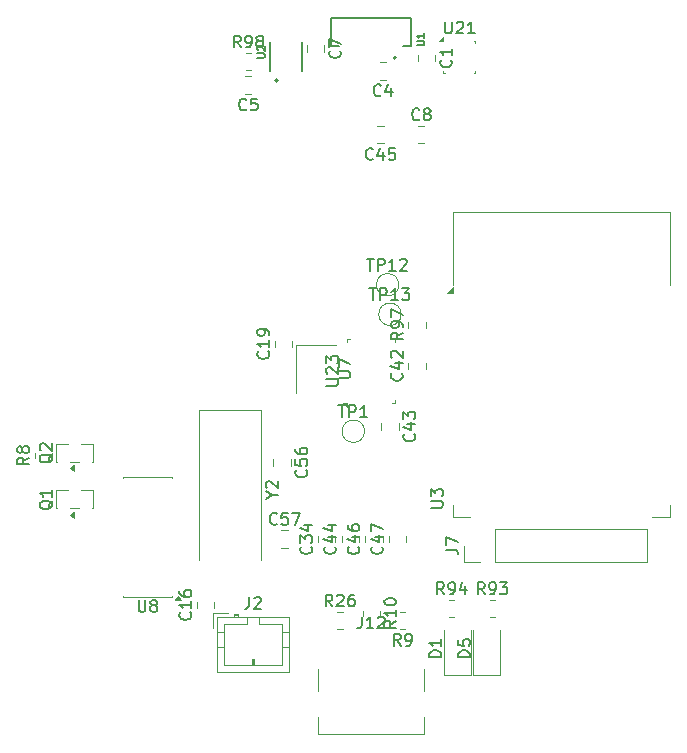
<source format=gbr>
%TF.GenerationSoftware,KiCad,Pcbnew,9.0.5*%
%TF.CreationDate,2026-01-03T13:47:43+01:00*%
%TF.ProjectId,CanSat,43616e53-6174-42e6-9b69-6361645f7063,rev?*%
%TF.SameCoordinates,Original*%
%TF.FileFunction,Legend,Top*%
%TF.FilePolarity,Positive*%
%FSLAX46Y46*%
G04 Gerber Fmt 4.6, Leading zero omitted, Abs format (unit mm)*
G04 Created by KiCad (PCBNEW 9.0.5) date 2026-01-03 13:47:43*
%MOMM*%
%LPD*%
G01*
G04 APERTURE LIST*
%ADD10C,0.150000*%
%ADD11C,0.120000*%
%ADD12C,0.127000*%
%ADD13C,0.200000*%
%ADD14C,0.100000*%
G04 APERTURE END LIST*
D10*
X94913557Y-114874975D02*
X94961177Y-114922594D01*
X94961177Y-114922594D02*
X95008796Y-115065451D01*
X95008796Y-115065451D02*
X95008796Y-115160689D01*
X95008796Y-115160689D02*
X94961177Y-115303546D01*
X94961177Y-115303546D02*
X94865938Y-115398784D01*
X94865938Y-115398784D02*
X94770700Y-115446403D01*
X94770700Y-115446403D02*
X94580224Y-115494022D01*
X94580224Y-115494022D02*
X94437367Y-115494022D01*
X94437367Y-115494022D02*
X94246891Y-115446403D01*
X94246891Y-115446403D02*
X94151653Y-115398784D01*
X94151653Y-115398784D02*
X94056415Y-115303546D01*
X94056415Y-115303546D02*
X94008796Y-115160689D01*
X94008796Y-115160689D02*
X94008796Y-115065451D01*
X94008796Y-115065451D02*
X94056415Y-114922594D01*
X94056415Y-114922594D02*
X94104034Y-114874975D01*
X94008796Y-114541641D02*
X94008796Y-113922594D01*
X94008796Y-113922594D02*
X94389748Y-114255927D01*
X94389748Y-114255927D02*
X94389748Y-114113070D01*
X94389748Y-114113070D02*
X94437367Y-114017832D01*
X94437367Y-114017832D02*
X94484986Y-113970213D01*
X94484986Y-113970213D02*
X94580224Y-113922594D01*
X94580224Y-113922594D02*
X94818319Y-113922594D01*
X94818319Y-113922594D02*
X94913557Y-113970213D01*
X94913557Y-113970213D02*
X94961177Y-114017832D01*
X94961177Y-114017832D02*
X95008796Y-114113070D01*
X95008796Y-114113070D02*
X95008796Y-114398784D01*
X95008796Y-114398784D02*
X94961177Y-114494022D01*
X94961177Y-114494022D02*
X94913557Y-114541641D01*
X94342129Y-113065451D02*
X95008796Y-113065451D01*
X93961177Y-113303546D02*
X94675462Y-113541641D01*
X94675462Y-113541641D02*
X94675462Y-112922594D01*
X96913557Y-114874975D02*
X96961177Y-114922594D01*
X96961177Y-114922594D02*
X97008796Y-115065451D01*
X97008796Y-115065451D02*
X97008796Y-115160689D01*
X97008796Y-115160689D02*
X96961177Y-115303546D01*
X96961177Y-115303546D02*
X96865938Y-115398784D01*
X96865938Y-115398784D02*
X96770700Y-115446403D01*
X96770700Y-115446403D02*
X96580224Y-115494022D01*
X96580224Y-115494022D02*
X96437367Y-115494022D01*
X96437367Y-115494022D02*
X96246891Y-115446403D01*
X96246891Y-115446403D02*
X96151653Y-115398784D01*
X96151653Y-115398784D02*
X96056415Y-115303546D01*
X96056415Y-115303546D02*
X96008796Y-115160689D01*
X96008796Y-115160689D02*
X96008796Y-115065451D01*
X96008796Y-115065451D02*
X96056415Y-114922594D01*
X96056415Y-114922594D02*
X96104034Y-114874975D01*
X96342129Y-114017832D02*
X97008796Y-114017832D01*
X95961177Y-114255927D02*
X96675462Y-114494022D01*
X96675462Y-114494022D02*
X96675462Y-113874975D01*
X96342129Y-113065451D02*
X97008796Y-113065451D01*
X95961177Y-113303546D02*
X96675462Y-113541641D01*
X96675462Y-113541641D02*
X96675462Y-112922594D01*
X89666666Y-119154819D02*
X89666666Y-119869104D01*
X89666666Y-119869104D02*
X89619047Y-120011961D01*
X89619047Y-120011961D02*
X89523809Y-120107200D01*
X89523809Y-120107200D02*
X89380952Y-120154819D01*
X89380952Y-120154819D02*
X89285714Y-120154819D01*
X90095238Y-119250057D02*
X90142857Y-119202438D01*
X90142857Y-119202438D02*
X90238095Y-119154819D01*
X90238095Y-119154819D02*
X90476190Y-119154819D01*
X90476190Y-119154819D02*
X90571428Y-119202438D01*
X90571428Y-119202438D02*
X90619047Y-119250057D01*
X90619047Y-119250057D02*
X90666666Y-119345295D01*
X90666666Y-119345295D02*
X90666666Y-119440533D01*
X90666666Y-119440533D02*
X90619047Y-119583390D01*
X90619047Y-119583390D02*
X90047619Y-120154819D01*
X90047619Y-120154819D02*
X90666666Y-120154819D01*
X97254819Y-100586904D02*
X98064342Y-100586904D01*
X98064342Y-100586904D02*
X98159580Y-100539285D01*
X98159580Y-100539285D02*
X98207200Y-100491666D01*
X98207200Y-100491666D02*
X98254819Y-100396428D01*
X98254819Y-100396428D02*
X98254819Y-100205952D01*
X98254819Y-100205952D02*
X98207200Y-100110714D01*
X98207200Y-100110714D02*
X98159580Y-100063095D01*
X98159580Y-100063095D02*
X98064342Y-100015476D01*
X98064342Y-100015476D02*
X97254819Y-100015476D01*
X97254819Y-99634523D02*
X97254819Y-98967857D01*
X97254819Y-98967857D02*
X98254819Y-99396428D01*
X103639580Y-105342857D02*
X103687200Y-105390476D01*
X103687200Y-105390476D02*
X103734819Y-105533333D01*
X103734819Y-105533333D02*
X103734819Y-105628571D01*
X103734819Y-105628571D02*
X103687200Y-105771428D01*
X103687200Y-105771428D02*
X103591961Y-105866666D01*
X103591961Y-105866666D02*
X103496723Y-105914285D01*
X103496723Y-105914285D02*
X103306247Y-105961904D01*
X103306247Y-105961904D02*
X103163390Y-105961904D01*
X103163390Y-105961904D02*
X102972914Y-105914285D01*
X102972914Y-105914285D02*
X102877676Y-105866666D01*
X102877676Y-105866666D02*
X102782438Y-105771428D01*
X102782438Y-105771428D02*
X102734819Y-105628571D01*
X102734819Y-105628571D02*
X102734819Y-105533333D01*
X102734819Y-105533333D02*
X102782438Y-105390476D01*
X102782438Y-105390476D02*
X102830057Y-105342857D01*
X103068152Y-104485714D02*
X103734819Y-104485714D01*
X102687200Y-104723809D02*
X103401485Y-104961904D01*
X103401485Y-104961904D02*
X103401485Y-104342857D01*
X102734819Y-104057142D02*
X102734819Y-103438095D01*
X102734819Y-103438095D02*
X103115771Y-103771428D01*
X103115771Y-103771428D02*
X103115771Y-103628571D01*
X103115771Y-103628571D02*
X103163390Y-103533333D01*
X103163390Y-103533333D02*
X103211009Y-103485714D01*
X103211009Y-103485714D02*
X103306247Y-103438095D01*
X103306247Y-103438095D02*
X103544342Y-103438095D01*
X103544342Y-103438095D02*
X103639580Y-103485714D01*
X103639580Y-103485714D02*
X103687200Y-103533333D01*
X103687200Y-103533333D02*
X103734819Y-103628571D01*
X103734819Y-103628571D02*
X103734819Y-103914285D01*
X103734819Y-103914285D02*
X103687200Y-104009523D01*
X103687200Y-104009523D02*
X103639580Y-104057142D01*
X92032142Y-112914580D02*
X91984523Y-112962200D01*
X91984523Y-112962200D02*
X91841666Y-113009819D01*
X91841666Y-113009819D02*
X91746428Y-113009819D01*
X91746428Y-113009819D02*
X91603571Y-112962200D01*
X91603571Y-112962200D02*
X91508333Y-112866961D01*
X91508333Y-112866961D02*
X91460714Y-112771723D01*
X91460714Y-112771723D02*
X91413095Y-112581247D01*
X91413095Y-112581247D02*
X91413095Y-112438390D01*
X91413095Y-112438390D02*
X91460714Y-112247914D01*
X91460714Y-112247914D02*
X91508333Y-112152676D01*
X91508333Y-112152676D02*
X91603571Y-112057438D01*
X91603571Y-112057438D02*
X91746428Y-112009819D01*
X91746428Y-112009819D02*
X91841666Y-112009819D01*
X91841666Y-112009819D02*
X91984523Y-112057438D01*
X91984523Y-112057438D02*
X92032142Y-112105057D01*
X92936904Y-112009819D02*
X92460714Y-112009819D01*
X92460714Y-112009819D02*
X92413095Y-112486009D01*
X92413095Y-112486009D02*
X92460714Y-112438390D01*
X92460714Y-112438390D02*
X92555952Y-112390771D01*
X92555952Y-112390771D02*
X92794047Y-112390771D01*
X92794047Y-112390771D02*
X92889285Y-112438390D01*
X92889285Y-112438390D02*
X92936904Y-112486009D01*
X92936904Y-112486009D02*
X92984523Y-112581247D01*
X92984523Y-112581247D02*
X92984523Y-112819342D01*
X92984523Y-112819342D02*
X92936904Y-112914580D01*
X92936904Y-112914580D02*
X92889285Y-112962200D01*
X92889285Y-112962200D02*
X92794047Y-113009819D01*
X92794047Y-113009819D02*
X92555952Y-113009819D01*
X92555952Y-113009819D02*
X92460714Y-112962200D01*
X92460714Y-112962200D02*
X92413095Y-112914580D01*
X93317857Y-112009819D02*
X93984523Y-112009819D01*
X93984523Y-112009819D02*
X93555952Y-113009819D01*
X100157142Y-82039580D02*
X100109523Y-82087200D01*
X100109523Y-82087200D02*
X99966666Y-82134819D01*
X99966666Y-82134819D02*
X99871428Y-82134819D01*
X99871428Y-82134819D02*
X99728571Y-82087200D01*
X99728571Y-82087200D02*
X99633333Y-81991961D01*
X99633333Y-81991961D02*
X99585714Y-81896723D01*
X99585714Y-81896723D02*
X99538095Y-81706247D01*
X99538095Y-81706247D02*
X99538095Y-81563390D01*
X99538095Y-81563390D02*
X99585714Y-81372914D01*
X99585714Y-81372914D02*
X99633333Y-81277676D01*
X99633333Y-81277676D02*
X99728571Y-81182438D01*
X99728571Y-81182438D02*
X99871428Y-81134819D01*
X99871428Y-81134819D02*
X99966666Y-81134819D01*
X99966666Y-81134819D02*
X100109523Y-81182438D01*
X100109523Y-81182438D02*
X100157142Y-81230057D01*
X101014285Y-81468152D02*
X101014285Y-82134819D01*
X100776190Y-81087200D02*
X100538095Y-81801485D01*
X100538095Y-81801485D02*
X101157142Y-81801485D01*
X102014285Y-81134819D02*
X101538095Y-81134819D01*
X101538095Y-81134819D02*
X101490476Y-81611009D01*
X101490476Y-81611009D02*
X101538095Y-81563390D01*
X101538095Y-81563390D02*
X101633333Y-81515771D01*
X101633333Y-81515771D02*
X101871428Y-81515771D01*
X101871428Y-81515771D02*
X101966666Y-81563390D01*
X101966666Y-81563390D02*
X102014285Y-81611009D01*
X102014285Y-81611009D02*
X102061904Y-81706247D01*
X102061904Y-81706247D02*
X102061904Y-81944342D01*
X102061904Y-81944342D02*
X102014285Y-82039580D01*
X102014285Y-82039580D02*
X101966666Y-82087200D01*
X101966666Y-82087200D02*
X101871428Y-82134819D01*
X101871428Y-82134819D02*
X101633333Y-82134819D01*
X101633333Y-82134819D02*
X101538095Y-82087200D01*
X101538095Y-82087200D02*
X101490476Y-82039580D01*
X80313095Y-119389819D02*
X80313095Y-120199342D01*
X80313095Y-120199342D02*
X80360714Y-120294580D01*
X80360714Y-120294580D02*
X80408333Y-120342200D01*
X80408333Y-120342200D02*
X80503571Y-120389819D01*
X80503571Y-120389819D02*
X80694047Y-120389819D01*
X80694047Y-120389819D02*
X80789285Y-120342200D01*
X80789285Y-120342200D02*
X80836904Y-120294580D01*
X80836904Y-120294580D02*
X80884523Y-120199342D01*
X80884523Y-120199342D02*
X80884523Y-119389819D01*
X81503571Y-119818390D02*
X81408333Y-119770771D01*
X81408333Y-119770771D02*
X81360714Y-119723152D01*
X81360714Y-119723152D02*
X81313095Y-119627914D01*
X81313095Y-119627914D02*
X81313095Y-119580295D01*
X81313095Y-119580295D02*
X81360714Y-119485057D01*
X81360714Y-119485057D02*
X81408333Y-119437438D01*
X81408333Y-119437438D02*
X81503571Y-119389819D01*
X81503571Y-119389819D02*
X81694047Y-119389819D01*
X81694047Y-119389819D02*
X81789285Y-119437438D01*
X81789285Y-119437438D02*
X81836904Y-119485057D01*
X81836904Y-119485057D02*
X81884523Y-119580295D01*
X81884523Y-119580295D02*
X81884523Y-119627914D01*
X81884523Y-119627914D02*
X81836904Y-119723152D01*
X81836904Y-119723152D02*
X81789285Y-119770771D01*
X81789285Y-119770771D02*
X81694047Y-119818390D01*
X81694047Y-119818390D02*
X81503571Y-119818390D01*
X81503571Y-119818390D02*
X81408333Y-119866009D01*
X81408333Y-119866009D02*
X81360714Y-119913628D01*
X81360714Y-119913628D02*
X81313095Y-120008866D01*
X81313095Y-120008866D02*
X81313095Y-120199342D01*
X81313095Y-120199342D02*
X81360714Y-120294580D01*
X81360714Y-120294580D02*
X81408333Y-120342200D01*
X81408333Y-120342200D02*
X81503571Y-120389819D01*
X81503571Y-120389819D02*
X81694047Y-120389819D01*
X81694047Y-120389819D02*
X81789285Y-120342200D01*
X81789285Y-120342200D02*
X81836904Y-120294580D01*
X81836904Y-120294580D02*
X81884523Y-120199342D01*
X81884523Y-120199342D02*
X81884523Y-120008866D01*
X81884523Y-120008866D02*
X81836904Y-119913628D01*
X81836904Y-119913628D02*
X81789285Y-119866009D01*
X81789285Y-119866009D02*
X81694047Y-119818390D01*
X84679580Y-120442857D02*
X84727200Y-120490476D01*
X84727200Y-120490476D02*
X84774819Y-120633333D01*
X84774819Y-120633333D02*
X84774819Y-120728571D01*
X84774819Y-120728571D02*
X84727200Y-120871428D01*
X84727200Y-120871428D02*
X84631961Y-120966666D01*
X84631961Y-120966666D02*
X84536723Y-121014285D01*
X84536723Y-121014285D02*
X84346247Y-121061904D01*
X84346247Y-121061904D02*
X84203390Y-121061904D01*
X84203390Y-121061904D02*
X84012914Y-121014285D01*
X84012914Y-121014285D02*
X83917676Y-120966666D01*
X83917676Y-120966666D02*
X83822438Y-120871428D01*
X83822438Y-120871428D02*
X83774819Y-120728571D01*
X83774819Y-120728571D02*
X83774819Y-120633333D01*
X83774819Y-120633333D02*
X83822438Y-120490476D01*
X83822438Y-120490476D02*
X83870057Y-120442857D01*
X84774819Y-119490476D02*
X84774819Y-120061904D01*
X84774819Y-119776190D02*
X83774819Y-119776190D01*
X83774819Y-119776190D02*
X83917676Y-119871428D01*
X83917676Y-119871428D02*
X84012914Y-119966666D01*
X84012914Y-119966666D02*
X84060533Y-120061904D01*
X83774819Y-118633333D02*
X83774819Y-118823809D01*
X83774819Y-118823809D02*
X83822438Y-118919047D01*
X83822438Y-118919047D02*
X83870057Y-118966666D01*
X83870057Y-118966666D02*
X84012914Y-119061904D01*
X84012914Y-119061904D02*
X84203390Y-119109523D01*
X84203390Y-119109523D02*
X84584342Y-119109523D01*
X84584342Y-119109523D02*
X84679580Y-119061904D01*
X84679580Y-119061904D02*
X84727200Y-119014285D01*
X84727200Y-119014285D02*
X84774819Y-118919047D01*
X84774819Y-118919047D02*
X84774819Y-118728571D01*
X84774819Y-118728571D02*
X84727200Y-118633333D01*
X84727200Y-118633333D02*
X84679580Y-118585714D01*
X84679580Y-118585714D02*
X84584342Y-118538095D01*
X84584342Y-118538095D02*
X84346247Y-118538095D01*
X84346247Y-118538095D02*
X84251009Y-118585714D01*
X84251009Y-118585714D02*
X84203390Y-118633333D01*
X84203390Y-118633333D02*
X84155771Y-118728571D01*
X84155771Y-118728571D02*
X84155771Y-118919047D01*
X84155771Y-118919047D02*
X84203390Y-119014285D01*
X84203390Y-119014285D02*
X84251009Y-119061904D01*
X84251009Y-119061904D02*
X84346247Y-119109523D01*
X89433333Y-77839580D02*
X89385714Y-77887200D01*
X89385714Y-77887200D02*
X89242857Y-77934819D01*
X89242857Y-77934819D02*
X89147619Y-77934819D01*
X89147619Y-77934819D02*
X89004762Y-77887200D01*
X89004762Y-77887200D02*
X88909524Y-77791961D01*
X88909524Y-77791961D02*
X88861905Y-77696723D01*
X88861905Y-77696723D02*
X88814286Y-77506247D01*
X88814286Y-77506247D02*
X88814286Y-77363390D01*
X88814286Y-77363390D02*
X88861905Y-77172914D01*
X88861905Y-77172914D02*
X88909524Y-77077676D01*
X88909524Y-77077676D02*
X89004762Y-76982438D01*
X89004762Y-76982438D02*
X89147619Y-76934819D01*
X89147619Y-76934819D02*
X89242857Y-76934819D01*
X89242857Y-76934819D02*
X89385714Y-76982438D01*
X89385714Y-76982438D02*
X89433333Y-77030057D01*
X90338095Y-76934819D02*
X89861905Y-76934819D01*
X89861905Y-76934819D02*
X89814286Y-77411009D01*
X89814286Y-77411009D02*
X89861905Y-77363390D01*
X89861905Y-77363390D02*
X89957143Y-77315771D01*
X89957143Y-77315771D02*
X90195238Y-77315771D01*
X90195238Y-77315771D02*
X90290476Y-77363390D01*
X90290476Y-77363390D02*
X90338095Y-77411009D01*
X90338095Y-77411009D02*
X90385714Y-77506247D01*
X90385714Y-77506247D02*
X90385714Y-77744342D01*
X90385714Y-77744342D02*
X90338095Y-77839580D01*
X90338095Y-77839580D02*
X90290476Y-77887200D01*
X90290476Y-77887200D02*
X90195238Y-77934819D01*
X90195238Y-77934819D02*
X89957143Y-77934819D01*
X89957143Y-77934819D02*
X89861905Y-77887200D01*
X89861905Y-77887200D02*
X89814286Y-77839580D01*
X102116242Y-121159034D02*
X101640051Y-121492367D01*
X102116242Y-121730462D02*
X101116242Y-121730462D01*
X101116242Y-121730462D02*
X101116242Y-121349510D01*
X101116242Y-121349510D02*
X101163861Y-121254272D01*
X101163861Y-121254272D02*
X101211480Y-121206653D01*
X101211480Y-121206653D02*
X101306718Y-121159034D01*
X101306718Y-121159034D02*
X101449575Y-121159034D01*
X101449575Y-121159034D02*
X101544813Y-121206653D01*
X101544813Y-121206653D02*
X101592432Y-121254272D01*
X101592432Y-121254272D02*
X101640051Y-121349510D01*
X101640051Y-121349510D02*
X101640051Y-121730462D01*
X102116242Y-120206653D02*
X102116242Y-120778081D01*
X102116242Y-120492367D02*
X101116242Y-120492367D01*
X101116242Y-120492367D02*
X101259099Y-120587605D01*
X101259099Y-120587605D02*
X101354337Y-120682843D01*
X101354337Y-120682843D02*
X101401956Y-120778081D01*
X101116242Y-119587605D02*
X101116242Y-119492367D01*
X101116242Y-119492367D02*
X101163861Y-119397129D01*
X101163861Y-119397129D02*
X101211480Y-119349510D01*
X101211480Y-119349510D02*
X101306718Y-119301891D01*
X101306718Y-119301891D02*
X101497194Y-119254272D01*
X101497194Y-119254272D02*
X101735289Y-119254272D01*
X101735289Y-119254272D02*
X101925765Y-119301891D01*
X101925765Y-119301891D02*
X102021003Y-119349510D01*
X102021003Y-119349510D02*
X102068623Y-119397129D01*
X102068623Y-119397129D02*
X102116242Y-119492367D01*
X102116242Y-119492367D02*
X102116242Y-119587605D01*
X102116242Y-119587605D02*
X102068623Y-119682843D01*
X102068623Y-119682843D02*
X102021003Y-119730462D01*
X102021003Y-119730462D02*
X101925765Y-119778081D01*
X101925765Y-119778081D02*
X101735289Y-119825700D01*
X101735289Y-119825700D02*
X101497194Y-119825700D01*
X101497194Y-119825700D02*
X101306718Y-119778081D01*
X101306718Y-119778081D02*
X101211480Y-119730462D01*
X101211480Y-119730462D02*
X101163861Y-119682843D01*
X101163861Y-119682843D02*
X101116242Y-119587605D01*
X106166042Y-118896019D02*
X105832709Y-118419828D01*
X105594614Y-118896019D02*
X105594614Y-117896019D01*
X105594614Y-117896019D02*
X105975566Y-117896019D01*
X105975566Y-117896019D02*
X106070804Y-117943638D01*
X106070804Y-117943638D02*
X106118423Y-117991257D01*
X106118423Y-117991257D02*
X106166042Y-118086495D01*
X106166042Y-118086495D02*
X106166042Y-118229352D01*
X106166042Y-118229352D02*
X106118423Y-118324590D01*
X106118423Y-118324590D02*
X106070804Y-118372209D01*
X106070804Y-118372209D02*
X105975566Y-118419828D01*
X105975566Y-118419828D02*
X105594614Y-118419828D01*
X106642233Y-118896019D02*
X106832709Y-118896019D01*
X106832709Y-118896019D02*
X106927947Y-118848400D01*
X106927947Y-118848400D02*
X106975566Y-118800780D01*
X106975566Y-118800780D02*
X107070804Y-118657923D01*
X107070804Y-118657923D02*
X107118423Y-118467447D01*
X107118423Y-118467447D02*
X107118423Y-118086495D01*
X107118423Y-118086495D02*
X107070804Y-117991257D01*
X107070804Y-117991257D02*
X107023185Y-117943638D01*
X107023185Y-117943638D02*
X106927947Y-117896019D01*
X106927947Y-117896019D02*
X106737471Y-117896019D01*
X106737471Y-117896019D02*
X106642233Y-117943638D01*
X106642233Y-117943638D02*
X106594614Y-117991257D01*
X106594614Y-117991257D02*
X106546995Y-118086495D01*
X106546995Y-118086495D02*
X106546995Y-118324590D01*
X106546995Y-118324590D02*
X106594614Y-118419828D01*
X106594614Y-118419828D02*
X106642233Y-118467447D01*
X106642233Y-118467447D02*
X106737471Y-118515066D01*
X106737471Y-118515066D02*
X106927947Y-118515066D01*
X106927947Y-118515066D02*
X107023185Y-118467447D01*
X107023185Y-118467447D02*
X107070804Y-118419828D01*
X107070804Y-118419828D02*
X107118423Y-118324590D01*
X107975566Y-118229352D02*
X107975566Y-118896019D01*
X107737471Y-117848400D02*
X107499376Y-118562685D01*
X107499376Y-118562685D02*
X108118423Y-118562685D01*
X99861905Y-93006819D02*
X100433333Y-93006819D01*
X100147619Y-94006819D02*
X100147619Y-93006819D01*
X100766667Y-94006819D02*
X100766667Y-93006819D01*
X100766667Y-93006819D02*
X101147619Y-93006819D01*
X101147619Y-93006819D02*
X101242857Y-93054438D01*
X101242857Y-93054438D02*
X101290476Y-93102057D01*
X101290476Y-93102057D02*
X101338095Y-93197295D01*
X101338095Y-93197295D02*
X101338095Y-93340152D01*
X101338095Y-93340152D02*
X101290476Y-93435390D01*
X101290476Y-93435390D02*
X101242857Y-93483009D01*
X101242857Y-93483009D02*
X101147619Y-93530628D01*
X101147619Y-93530628D02*
X100766667Y-93530628D01*
X102290476Y-94006819D02*
X101719048Y-94006819D01*
X102004762Y-94006819D02*
X102004762Y-93006819D01*
X102004762Y-93006819D02*
X101909524Y-93149676D01*
X101909524Y-93149676D02*
X101814286Y-93244914D01*
X101814286Y-93244914D02*
X101719048Y-93292533D01*
X102623810Y-93006819D02*
X103242857Y-93006819D01*
X103242857Y-93006819D02*
X102909524Y-93387771D01*
X102909524Y-93387771D02*
X103052381Y-93387771D01*
X103052381Y-93387771D02*
X103147619Y-93435390D01*
X103147619Y-93435390D02*
X103195238Y-93483009D01*
X103195238Y-93483009D02*
X103242857Y-93578247D01*
X103242857Y-93578247D02*
X103242857Y-93816342D01*
X103242857Y-93816342D02*
X103195238Y-93911580D01*
X103195238Y-93911580D02*
X103147619Y-93959200D01*
X103147619Y-93959200D02*
X103052381Y-94006819D01*
X103052381Y-94006819D02*
X102766667Y-94006819D01*
X102766667Y-94006819D02*
X102671429Y-93959200D01*
X102671429Y-93959200D02*
X102623810Y-93911580D01*
X108378219Y-124232894D02*
X107378219Y-124232894D01*
X107378219Y-124232894D02*
X107378219Y-123994799D01*
X107378219Y-123994799D02*
X107425838Y-123851942D01*
X107425838Y-123851942D02*
X107521076Y-123756704D01*
X107521076Y-123756704D02*
X107616314Y-123709085D01*
X107616314Y-123709085D02*
X107806790Y-123661466D01*
X107806790Y-123661466D02*
X107949647Y-123661466D01*
X107949647Y-123661466D02*
X108140123Y-123709085D01*
X108140123Y-123709085D02*
X108235361Y-123756704D01*
X108235361Y-123756704D02*
X108330600Y-123851942D01*
X108330600Y-123851942D02*
X108378219Y-123994799D01*
X108378219Y-123994799D02*
X108378219Y-124232894D01*
X107378219Y-122756704D02*
X107378219Y-123232894D01*
X107378219Y-123232894D02*
X107854409Y-123280513D01*
X107854409Y-123280513D02*
X107806790Y-123232894D01*
X107806790Y-123232894D02*
X107759171Y-123137656D01*
X107759171Y-123137656D02*
X107759171Y-122899561D01*
X107759171Y-122899561D02*
X107806790Y-122804323D01*
X107806790Y-122804323D02*
X107854409Y-122756704D01*
X107854409Y-122756704D02*
X107949647Y-122709085D01*
X107949647Y-122709085D02*
X108187742Y-122709085D01*
X108187742Y-122709085D02*
X108282980Y-122756704D01*
X108282980Y-122756704D02*
X108330600Y-122804323D01*
X108330600Y-122804323D02*
X108378219Y-122899561D01*
X108378219Y-122899561D02*
X108378219Y-123137656D01*
X108378219Y-123137656D02*
X108330600Y-123232894D01*
X108330600Y-123232894D02*
X108282980Y-123280513D01*
X99661905Y-90506819D02*
X100233333Y-90506819D01*
X99947619Y-91506819D02*
X99947619Y-90506819D01*
X100566667Y-91506819D02*
X100566667Y-90506819D01*
X100566667Y-90506819D02*
X100947619Y-90506819D01*
X100947619Y-90506819D02*
X101042857Y-90554438D01*
X101042857Y-90554438D02*
X101090476Y-90602057D01*
X101090476Y-90602057D02*
X101138095Y-90697295D01*
X101138095Y-90697295D02*
X101138095Y-90840152D01*
X101138095Y-90840152D02*
X101090476Y-90935390D01*
X101090476Y-90935390D02*
X101042857Y-90983009D01*
X101042857Y-90983009D02*
X100947619Y-91030628D01*
X100947619Y-91030628D02*
X100566667Y-91030628D01*
X102090476Y-91506819D02*
X101519048Y-91506819D01*
X101804762Y-91506819D02*
X101804762Y-90506819D01*
X101804762Y-90506819D02*
X101709524Y-90649676D01*
X101709524Y-90649676D02*
X101614286Y-90744914D01*
X101614286Y-90744914D02*
X101519048Y-90792533D01*
X102471429Y-90602057D02*
X102519048Y-90554438D01*
X102519048Y-90554438D02*
X102614286Y-90506819D01*
X102614286Y-90506819D02*
X102852381Y-90506819D01*
X102852381Y-90506819D02*
X102947619Y-90554438D01*
X102947619Y-90554438D02*
X102995238Y-90602057D01*
X102995238Y-90602057D02*
X103042857Y-90697295D01*
X103042857Y-90697295D02*
X103042857Y-90792533D01*
X103042857Y-90792533D02*
X102995238Y-90935390D01*
X102995238Y-90935390D02*
X102423810Y-91506819D01*
X102423810Y-91506819D02*
X103042857Y-91506819D01*
X73039457Y-107031538D02*
X72991838Y-107126776D01*
X72991838Y-107126776D02*
X72896600Y-107222014D01*
X72896600Y-107222014D02*
X72753742Y-107364871D01*
X72753742Y-107364871D02*
X72706123Y-107460109D01*
X72706123Y-107460109D02*
X72706123Y-107555347D01*
X72944219Y-107507728D02*
X72896600Y-107602966D01*
X72896600Y-107602966D02*
X72801361Y-107698204D01*
X72801361Y-107698204D02*
X72610885Y-107745823D01*
X72610885Y-107745823D02*
X72277552Y-107745823D01*
X72277552Y-107745823D02*
X72087076Y-107698204D01*
X72087076Y-107698204D02*
X71991838Y-107602966D01*
X71991838Y-107602966D02*
X71944219Y-107507728D01*
X71944219Y-107507728D02*
X71944219Y-107317252D01*
X71944219Y-107317252D02*
X71991838Y-107222014D01*
X71991838Y-107222014D02*
X72087076Y-107126776D01*
X72087076Y-107126776D02*
X72277552Y-107079157D01*
X72277552Y-107079157D02*
X72610885Y-107079157D01*
X72610885Y-107079157D02*
X72801361Y-107126776D01*
X72801361Y-107126776D02*
X72896600Y-107222014D01*
X72896600Y-107222014D02*
X72944219Y-107317252D01*
X72944219Y-107317252D02*
X72944219Y-107507728D01*
X72039457Y-106698204D02*
X71991838Y-106650585D01*
X71991838Y-106650585D02*
X71944219Y-106555347D01*
X71944219Y-106555347D02*
X71944219Y-106317252D01*
X71944219Y-106317252D02*
X71991838Y-106222014D01*
X71991838Y-106222014D02*
X72039457Y-106174395D01*
X72039457Y-106174395D02*
X72134695Y-106126776D01*
X72134695Y-106126776D02*
X72229933Y-106126776D01*
X72229933Y-106126776D02*
X72372790Y-106174395D01*
X72372790Y-106174395D02*
X72944219Y-106745823D01*
X72944219Y-106745823D02*
X72944219Y-106126776D01*
X102704819Y-96742857D02*
X102228628Y-97076190D01*
X102704819Y-97314285D02*
X101704819Y-97314285D01*
X101704819Y-97314285D02*
X101704819Y-96933333D01*
X101704819Y-96933333D02*
X101752438Y-96838095D01*
X101752438Y-96838095D02*
X101800057Y-96790476D01*
X101800057Y-96790476D02*
X101895295Y-96742857D01*
X101895295Y-96742857D02*
X102038152Y-96742857D01*
X102038152Y-96742857D02*
X102133390Y-96790476D01*
X102133390Y-96790476D02*
X102181009Y-96838095D01*
X102181009Y-96838095D02*
X102228628Y-96933333D01*
X102228628Y-96933333D02*
X102228628Y-97314285D01*
X102704819Y-96266666D02*
X102704819Y-96076190D01*
X102704819Y-96076190D02*
X102657200Y-95980952D01*
X102657200Y-95980952D02*
X102609580Y-95933333D01*
X102609580Y-95933333D02*
X102466723Y-95838095D01*
X102466723Y-95838095D02*
X102276247Y-95790476D01*
X102276247Y-95790476D02*
X101895295Y-95790476D01*
X101895295Y-95790476D02*
X101800057Y-95838095D01*
X101800057Y-95838095D02*
X101752438Y-95885714D01*
X101752438Y-95885714D02*
X101704819Y-95980952D01*
X101704819Y-95980952D02*
X101704819Y-96171428D01*
X101704819Y-96171428D02*
X101752438Y-96266666D01*
X101752438Y-96266666D02*
X101800057Y-96314285D01*
X101800057Y-96314285D02*
X101895295Y-96361904D01*
X101895295Y-96361904D02*
X102133390Y-96361904D01*
X102133390Y-96361904D02*
X102228628Y-96314285D01*
X102228628Y-96314285D02*
X102276247Y-96266666D01*
X102276247Y-96266666D02*
X102323866Y-96171428D01*
X102323866Y-96171428D02*
X102323866Y-95980952D01*
X102323866Y-95980952D02*
X102276247Y-95885714D01*
X102276247Y-95885714D02*
X102228628Y-95838095D01*
X102228628Y-95838095D02*
X102133390Y-95790476D01*
X101704819Y-95457142D02*
X101704819Y-94790476D01*
X101704819Y-94790476D02*
X102704819Y-95219047D01*
X103859676Y-72419619D02*
X104377771Y-72419619D01*
X104377771Y-72419619D02*
X104438723Y-72389142D01*
X104438723Y-72389142D02*
X104469200Y-72358666D01*
X104469200Y-72358666D02*
X104499676Y-72297714D01*
X104499676Y-72297714D02*
X104499676Y-72175809D01*
X104499676Y-72175809D02*
X104469200Y-72114857D01*
X104469200Y-72114857D02*
X104438723Y-72084380D01*
X104438723Y-72084380D02*
X104377771Y-72053904D01*
X104377771Y-72053904D02*
X103859676Y-72053904D01*
X104499676Y-71413904D02*
X104499676Y-71779619D01*
X104499676Y-71596762D02*
X103859676Y-71596762D01*
X103859676Y-71596762D02*
X103951104Y-71657714D01*
X103951104Y-71657714D02*
X104012057Y-71718666D01*
X104012057Y-71718666D02*
X104042533Y-71779619D01*
X109620442Y-118896019D02*
X109287109Y-118419828D01*
X109049014Y-118896019D02*
X109049014Y-117896019D01*
X109049014Y-117896019D02*
X109429966Y-117896019D01*
X109429966Y-117896019D02*
X109525204Y-117943638D01*
X109525204Y-117943638D02*
X109572823Y-117991257D01*
X109572823Y-117991257D02*
X109620442Y-118086495D01*
X109620442Y-118086495D02*
X109620442Y-118229352D01*
X109620442Y-118229352D02*
X109572823Y-118324590D01*
X109572823Y-118324590D02*
X109525204Y-118372209D01*
X109525204Y-118372209D02*
X109429966Y-118419828D01*
X109429966Y-118419828D02*
X109049014Y-118419828D01*
X110096633Y-118896019D02*
X110287109Y-118896019D01*
X110287109Y-118896019D02*
X110382347Y-118848400D01*
X110382347Y-118848400D02*
X110429966Y-118800780D01*
X110429966Y-118800780D02*
X110525204Y-118657923D01*
X110525204Y-118657923D02*
X110572823Y-118467447D01*
X110572823Y-118467447D02*
X110572823Y-118086495D01*
X110572823Y-118086495D02*
X110525204Y-117991257D01*
X110525204Y-117991257D02*
X110477585Y-117943638D01*
X110477585Y-117943638D02*
X110382347Y-117896019D01*
X110382347Y-117896019D02*
X110191871Y-117896019D01*
X110191871Y-117896019D02*
X110096633Y-117943638D01*
X110096633Y-117943638D02*
X110049014Y-117991257D01*
X110049014Y-117991257D02*
X110001395Y-118086495D01*
X110001395Y-118086495D02*
X110001395Y-118324590D01*
X110001395Y-118324590D02*
X110049014Y-118419828D01*
X110049014Y-118419828D02*
X110096633Y-118467447D01*
X110096633Y-118467447D02*
X110191871Y-118515066D01*
X110191871Y-118515066D02*
X110382347Y-118515066D01*
X110382347Y-118515066D02*
X110477585Y-118467447D01*
X110477585Y-118467447D02*
X110525204Y-118419828D01*
X110525204Y-118419828D02*
X110572823Y-118324590D01*
X110906157Y-117896019D02*
X111525204Y-117896019D01*
X111525204Y-117896019D02*
X111191871Y-118276971D01*
X111191871Y-118276971D02*
X111334728Y-118276971D01*
X111334728Y-118276971D02*
X111429966Y-118324590D01*
X111429966Y-118324590D02*
X111477585Y-118372209D01*
X111477585Y-118372209D02*
X111525204Y-118467447D01*
X111525204Y-118467447D02*
X111525204Y-118705542D01*
X111525204Y-118705542D02*
X111477585Y-118800780D01*
X111477585Y-118800780D02*
X111429966Y-118848400D01*
X111429966Y-118848400D02*
X111334728Y-118896019D01*
X111334728Y-118896019D02*
X111049014Y-118896019D01*
X111049014Y-118896019D02*
X110953776Y-118848400D01*
X110953776Y-118848400D02*
X110906157Y-118800780D01*
X91279580Y-98342857D02*
X91327200Y-98390476D01*
X91327200Y-98390476D02*
X91374819Y-98533333D01*
X91374819Y-98533333D02*
X91374819Y-98628571D01*
X91374819Y-98628571D02*
X91327200Y-98771428D01*
X91327200Y-98771428D02*
X91231961Y-98866666D01*
X91231961Y-98866666D02*
X91136723Y-98914285D01*
X91136723Y-98914285D02*
X90946247Y-98961904D01*
X90946247Y-98961904D02*
X90803390Y-98961904D01*
X90803390Y-98961904D02*
X90612914Y-98914285D01*
X90612914Y-98914285D02*
X90517676Y-98866666D01*
X90517676Y-98866666D02*
X90422438Y-98771428D01*
X90422438Y-98771428D02*
X90374819Y-98628571D01*
X90374819Y-98628571D02*
X90374819Y-98533333D01*
X90374819Y-98533333D02*
X90422438Y-98390476D01*
X90422438Y-98390476D02*
X90470057Y-98342857D01*
X91374819Y-97390476D02*
X91374819Y-97961904D01*
X91374819Y-97676190D02*
X90374819Y-97676190D01*
X90374819Y-97676190D02*
X90517676Y-97771428D01*
X90517676Y-97771428D02*
X90612914Y-97866666D01*
X90612914Y-97866666D02*
X90660533Y-97961904D01*
X91374819Y-96914285D02*
X91374819Y-96723809D01*
X91374819Y-96723809D02*
X91327200Y-96628571D01*
X91327200Y-96628571D02*
X91279580Y-96580952D01*
X91279580Y-96580952D02*
X91136723Y-96485714D01*
X91136723Y-96485714D02*
X90946247Y-96438095D01*
X90946247Y-96438095D02*
X90565295Y-96438095D01*
X90565295Y-96438095D02*
X90470057Y-96485714D01*
X90470057Y-96485714D02*
X90422438Y-96533333D01*
X90422438Y-96533333D02*
X90374819Y-96628571D01*
X90374819Y-96628571D02*
X90374819Y-96819047D01*
X90374819Y-96819047D02*
X90422438Y-96914285D01*
X90422438Y-96914285D02*
X90470057Y-96961904D01*
X90470057Y-96961904D02*
X90565295Y-97009523D01*
X90565295Y-97009523D02*
X90803390Y-97009523D01*
X90803390Y-97009523D02*
X90898628Y-96961904D01*
X90898628Y-96961904D02*
X90946247Y-96914285D01*
X90946247Y-96914285D02*
X90993866Y-96819047D01*
X90993866Y-96819047D02*
X90993866Y-96628571D01*
X90993866Y-96628571D02*
X90946247Y-96533333D01*
X90946247Y-96533333D02*
X90898628Y-96485714D01*
X90898628Y-96485714D02*
X90803390Y-96438095D01*
X96204819Y-101238094D02*
X97014342Y-101238094D01*
X97014342Y-101238094D02*
X97109580Y-101190475D01*
X97109580Y-101190475D02*
X97157200Y-101142856D01*
X97157200Y-101142856D02*
X97204819Y-101047618D01*
X97204819Y-101047618D02*
X97204819Y-100857142D01*
X97204819Y-100857142D02*
X97157200Y-100761904D01*
X97157200Y-100761904D02*
X97109580Y-100714285D01*
X97109580Y-100714285D02*
X97014342Y-100666666D01*
X97014342Y-100666666D02*
X96204819Y-100666666D01*
X96300057Y-100238094D02*
X96252438Y-100190475D01*
X96252438Y-100190475D02*
X96204819Y-100095237D01*
X96204819Y-100095237D02*
X96204819Y-99857142D01*
X96204819Y-99857142D02*
X96252438Y-99761904D01*
X96252438Y-99761904D02*
X96300057Y-99714285D01*
X96300057Y-99714285D02*
X96395295Y-99666666D01*
X96395295Y-99666666D02*
X96490533Y-99666666D01*
X96490533Y-99666666D02*
X96633390Y-99714285D01*
X96633390Y-99714285D02*
X97204819Y-100285713D01*
X97204819Y-100285713D02*
X97204819Y-99666666D01*
X96204819Y-99333332D02*
X96204819Y-98714285D01*
X96204819Y-98714285D02*
X96585771Y-99047618D01*
X96585771Y-99047618D02*
X96585771Y-98904761D01*
X96585771Y-98904761D02*
X96633390Y-98809523D01*
X96633390Y-98809523D02*
X96681009Y-98761904D01*
X96681009Y-98761904D02*
X96776247Y-98714285D01*
X96776247Y-98714285D02*
X97014342Y-98714285D01*
X97014342Y-98714285D02*
X97109580Y-98761904D01*
X97109580Y-98761904D02*
X97157200Y-98809523D01*
X97157200Y-98809523D02*
X97204819Y-98904761D01*
X97204819Y-98904761D02*
X97204819Y-99190475D01*
X97204819Y-99190475D02*
X97157200Y-99285713D01*
X97157200Y-99285713D02*
X97109580Y-99333332D01*
X104083333Y-78679580D02*
X104035714Y-78727200D01*
X104035714Y-78727200D02*
X103892857Y-78774819D01*
X103892857Y-78774819D02*
X103797619Y-78774819D01*
X103797619Y-78774819D02*
X103654762Y-78727200D01*
X103654762Y-78727200D02*
X103559524Y-78631961D01*
X103559524Y-78631961D02*
X103511905Y-78536723D01*
X103511905Y-78536723D02*
X103464286Y-78346247D01*
X103464286Y-78346247D02*
X103464286Y-78203390D01*
X103464286Y-78203390D02*
X103511905Y-78012914D01*
X103511905Y-78012914D02*
X103559524Y-77917676D01*
X103559524Y-77917676D02*
X103654762Y-77822438D01*
X103654762Y-77822438D02*
X103797619Y-77774819D01*
X103797619Y-77774819D02*
X103892857Y-77774819D01*
X103892857Y-77774819D02*
X104035714Y-77822438D01*
X104035714Y-77822438D02*
X104083333Y-77870057D01*
X104654762Y-78203390D02*
X104559524Y-78155771D01*
X104559524Y-78155771D02*
X104511905Y-78108152D01*
X104511905Y-78108152D02*
X104464286Y-78012914D01*
X104464286Y-78012914D02*
X104464286Y-77965295D01*
X104464286Y-77965295D02*
X104511905Y-77870057D01*
X104511905Y-77870057D02*
X104559524Y-77822438D01*
X104559524Y-77822438D02*
X104654762Y-77774819D01*
X104654762Y-77774819D02*
X104845238Y-77774819D01*
X104845238Y-77774819D02*
X104940476Y-77822438D01*
X104940476Y-77822438D02*
X104988095Y-77870057D01*
X104988095Y-77870057D02*
X105035714Y-77965295D01*
X105035714Y-77965295D02*
X105035714Y-78012914D01*
X105035714Y-78012914D02*
X104988095Y-78108152D01*
X104988095Y-78108152D02*
X104940476Y-78155771D01*
X104940476Y-78155771D02*
X104845238Y-78203390D01*
X104845238Y-78203390D02*
X104654762Y-78203390D01*
X104654762Y-78203390D02*
X104559524Y-78251009D01*
X104559524Y-78251009D02*
X104511905Y-78298628D01*
X104511905Y-78298628D02*
X104464286Y-78393866D01*
X104464286Y-78393866D02*
X104464286Y-78584342D01*
X104464286Y-78584342D02*
X104511905Y-78679580D01*
X104511905Y-78679580D02*
X104559524Y-78727200D01*
X104559524Y-78727200D02*
X104654762Y-78774819D01*
X104654762Y-78774819D02*
X104845238Y-78774819D01*
X104845238Y-78774819D02*
X104940476Y-78727200D01*
X104940476Y-78727200D02*
X104988095Y-78679580D01*
X104988095Y-78679580D02*
X105035714Y-78584342D01*
X105035714Y-78584342D02*
X105035714Y-78393866D01*
X105035714Y-78393866D02*
X104988095Y-78298628D01*
X104988095Y-78298628D02*
X104940476Y-78251009D01*
X104940476Y-78251009D02*
X104845238Y-78203390D01*
X71042419Y-107329266D02*
X70566228Y-107662599D01*
X71042419Y-107900694D02*
X70042419Y-107900694D01*
X70042419Y-107900694D02*
X70042419Y-107519742D01*
X70042419Y-107519742D02*
X70090038Y-107424504D01*
X70090038Y-107424504D02*
X70137657Y-107376885D01*
X70137657Y-107376885D02*
X70232895Y-107329266D01*
X70232895Y-107329266D02*
X70375752Y-107329266D01*
X70375752Y-107329266D02*
X70470990Y-107376885D01*
X70470990Y-107376885D02*
X70518609Y-107424504D01*
X70518609Y-107424504D02*
X70566228Y-107519742D01*
X70566228Y-107519742D02*
X70566228Y-107900694D01*
X70470990Y-106757837D02*
X70423371Y-106853075D01*
X70423371Y-106853075D02*
X70375752Y-106900694D01*
X70375752Y-106900694D02*
X70280514Y-106948313D01*
X70280514Y-106948313D02*
X70232895Y-106948313D01*
X70232895Y-106948313D02*
X70137657Y-106900694D01*
X70137657Y-106900694D02*
X70090038Y-106853075D01*
X70090038Y-106853075D02*
X70042419Y-106757837D01*
X70042419Y-106757837D02*
X70042419Y-106567361D01*
X70042419Y-106567361D02*
X70090038Y-106472123D01*
X70090038Y-106472123D02*
X70137657Y-106424504D01*
X70137657Y-106424504D02*
X70232895Y-106376885D01*
X70232895Y-106376885D02*
X70280514Y-106376885D01*
X70280514Y-106376885D02*
X70375752Y-106424504D01*
X70375752Y-106424504D02*
X70423371Y-106472123D01*
X70423371Y-106472123D02*
X70470990Y-106567361D01*
X70470990Y-106567361D02*
X70470990Y-106757837D01*
X70470990Y-106757837D02*
X70518609Y-106853075D01*
X70518609Y-106853075D02*
X70566228Y-106900694D01*
X70566228Y-106900694D02*
X70661466Y-106948313D01*
X70661466Y-106948313D02*
X70851942Y-106948313D01*
X70851942Y-106948313D02*
X70947180Y-106900694D01*
X70947180Y-106900694D02*
X70994800Y-106853075D01*
X70994800Y-106853075D02*
X71042419Y-106757837D01*
X71042419Y-106757837D02*
X71042419Y-106567361D01*
X71042419Y-106567361D02*
X70994800Y-106472123D01*
X70994800Y-106472123D02*
X70947180Y-106424504D01*
X70947180Y-106424504D02*
X70851942Y-106376885D01*
X70851942Y-106376885D02*
X70661466Y-106376885D01*
X70661466Y-106376885D02*
X70566228Y-106424504D01*
X70566228Y-106424504D02*
X70518609Y-106472123D01*
X70518609Y-106472123D02*
X70470990Y-106567361D01*
X106739580Y-73666666D02*
X106787200Y-73714285D01*
X106787200Y-73714285D02*
X106834819Y-73857142D01*
X106834819Y-73857142D02*
X106834819Y-73952380D01*
X106834819Y-73952380D02*
X106787200Y-74095237D01*
X106787200Y-74095237D02*
X106691961Y-74190475D01*
X106691961Y-74190475D02*
X106596723Y-74238094D01*
X106596723Y-74238094D02*
X106406247Y-74285713D01*
X106406247Y-74285713D02*
X106263390Y-74285713D01*
X106263390Y-74285713D02*
X106072914Y-74238094D01*
X106072914Y-74238094D02*
X105977676Y-74190475D01*
X105977676Y-74190475D02*
X105882438Y-74095237D01*
X105882438Y-74095237D02*
X105834819Y-73952380D01*
X105834819Y-73952380D02*
X105834819Y-73857142D01*
X105834819Y-73857142D02*
X105882438Y-73714285D01*
X105882438Y-73714285D02*
X105930057Y-73666666D01*
X106834819Y-72714285D02*
X106834819Y-73285713D01*
X106834819Y-72999999D02*
X105834819Y-72999999D01*
X105834819Y-72999999D02*
X105977676Y-73095237D01*
X105977676Y-73095237D02*
X106072914Y-73190475D01*
X106072914Y-73190475D02*
X106120533Y-73285713D01*
X73039457Y-110968538D02*
X72991838Y-111063776D01*
X72991838Y-111063776D02*
X72896600Y-111159014D01*
X72896600Y-111159014D02*
X72753742Y-111301871D01*
X72753742Y-111301871D02*
X72706123Y-111397109D01*
X72706123Y-111397109D02*
X72706123Y-111492347D01*
X72944219Y-111444728D02*
X72896600Y-111539966D01*
X72896600Y-111539966D02*
X72801361Y-111635204D01*
X72801361Y-111635204D02*
X72610885Y-111682823D01*
X72610885Y-111682823D02*
X72277552Y-111682823D01*
X72277552Y-111682823D02*
X72087076Y-111635204D01*
X72087076Y-111635204D02*
X71991838Y-111539966D01*
X71991838Y-111539966D02*
X71944219Y-111444728D01*
X71944219Y-111444728D02*
X71944219Y-111254252D01*
X71944219Y-111254252D02*
X71991838Y-111159014D01*
X71991838Y-111159014D02*
X72087076Y-111063776D01*
X72087076Y-111063776D02*
X72277552Y-111016157D01*
X72277552Y-111016157D02*
X72610885Y-111016157D01*
X72610885Y-111016157D02*
X72801361Y-111063776D01*
X72801361Y-111063776D02*
X72896600Y-111159014D01*
X72896600Y-111159014D02*
X72944219Y-111254252D01*
X72944219Y-111254252D02*
X72944219Y-111444728D01*
X72944219Y-110063776D02*
X72944219Y-110635204D01*
X72944219Y-110349490D02*
X71944219Y-110349490D01*
X71944219Y-110349490D02*
X72087076Y-110444728D01*
X72087076Y-110444728D02*
X72182314Y-110539966D01*
X72182314Y-110539966D02*
X72229933Y-110635204D01*
X105939819Y-124232894D02*
X104939819Y-124232894D01*
X104939819Y-124232894D02*
X104939819Y-123994799D01*
X104939819Y-123994799D02*
X104987438Y-123851942D01*
X104987438Y-123851942D02*
X105082676Y-123756704D01*
X105082676Y-123756704D02*
X105177914Y-123709085D01*
X105177914Y-123709085D02*
X105368390Y-123661466D01*
X105368390Y-123661466D02*
X105511247Y-123661466D01*
X105511247Y-123661466D02*
X105701723Y-123709085D01*
X105701723Y-123709085D02*
X105796961Y-123756704D01*
X105796961Y-123756704D02*
X105892200Y-123851942D01*
X105892200Y-123851942D02*
X105939819Y-123994799D01*
X105939819Y-123994799D02*
X105939819Y-124232894D01*
X105939819Y-122709085D02*
X105939819Y-123280513D01*
X105939819Y-122994799D02*
X104939819Y-122994799D01*
X104939819Y-122994799D02*
X105082676Y-123090037D01*
X105082676Y-123090037D02*
X105177914Y-123185275D01*
X105177914Y-123185275D02*
X105225533Y-123280513D01*
X88957142Y-72604819D02*
X88623809Y-72128628D01*
X88385714Y-72604819D02*
X88385714Y-71604819D01*
X88385714Y-71604819D02*
X88766666Y-71604819D01*
X88766666Y-71604819D02*
X88861904Y-71652438D01*
X88861904Y-71652438D02*
X88909523Y-71700057D01*
X88909523Y-71700057D02*
X88957142Y-71795295D01*
X88957142Y-71795295D02*
X88957142Y-71938152D01*
X88957142Y-71938152D02*
X88909523Y-72033390D01*
X88909523Y-72033390D02*
X88861904Y-72081009D01*
X88861904Y-72081009D02*
X88766666Y-72128628D01*
X88766666Y-72128628D02*
X88385714Y-72128628D01*
X89433333Y-72604819D02*
X89623809Y-72604819D01*
X89623809Y-72604819D02*
X89719047Y-72557200D01*
X89719047Y-72557200D02*
X89766666Y-72509580D01*
X89766666Y-72509580D02*
X89861904Y-72366723D01*
X89861904Y-72366723D02*
X89909523Y-72176247D01*
X89909523Y-72176247D02*
X89909523Y-71795295D01*
X89909523Y-71795295D02*
X89861904Y-71700057D01*
X89861904Y-71700057D02*
X89814285Y-71652438D01*
X89814285Y-71652438D02*
X89719047Y-71604819D01*
X89719047Y-71604819D02*
X89528571Y-71604819D01*
X89528571Y-71604819D02*
X89433333Y-71652438D01*
X89433333Y-71652438D02*
X89385714Y-71700057D01*
X89385714Y-71700057D02*
X89338095Y-71795295D01*
X89338095Y-71795295D02*
X89338095Y-72033390D01*
X89338095Y-72033390D02*
X89385714Y-72128628D01*
X89385714Y-72128628D02*
X89433333Y-72176247D01*
X89433333Y-72176247D02*
X89528571Y-72223866D01*
X89528571Y-72223866D02*
X89719047Y-72223866D01*
X89719047Y-72223866D02*
X89814285Y-72176247D01*
X89814285Y-72176247D02*
X89861904Y-72128628D01*
X89861904Y-72128628D02*
X89909523Y-72033390D01*
X90480952Y-72033390D02*
X90385714Y-71985771D01*
X90385714Y-71985771D02*
X90338095Y-71938152D01*
X90338095Y-71938152D02*
X90290476Y-71842914D01*
X90290476Y-71842914D02*
X90290476Y-71795295D01*
X90290476Y-71795295D02*
X90338095Y-71700057D01*
X90338095Y-71700057D02*
X90385714Y-71652438D01*
X90385714Y-71652438D02*
X90480952Y-71604819D01*
X90480952Y-71604819D02*
X90671428Y-71604819D01*
X90671428Y-71604819D02*
X90766666Y-71652438D01*
X90766666Y-71652438D02*
X90814285Y-71700057D01*
X90814285Y-71700057D02*
X90861904Y-71795295D01*
X90861904Y-71795295D02*
X90861904Y-71842914D01*
X90861904Y-71842914D02*
X90814285Y-71938152D01*
X90814285Y-71938152D02*
X90766666Y-71985771D01*
X90766666Y-71985771D02*
X90671428Y-72033390D01*
X90671428Y-72033390D02*
X90480952Y-72033390D01*
X90480952Y-72033390D02*
X90385714Y-72081009D01*
X90385714Y-72081009D02*
X90338095Y-72128628D01*
X90338095Y-72128628D02*
X90290476Y-72223866D01*
X90290476Y-72223866D02*
X90290476Y-72414342D01*
X90290476Y-72414342D02*
X90338095Y-72509580D01*
X90338095Y-72509580D02*
X90385714Y-72557200D01*
X90385714Y-72557200D02*
X90480952Y-72604819D01*
X90480952Y-72604819D02*
X90671428Y-72604819D01*
X90671428Y-72604819D02*
X90766666Y-72557200D01*
X90766666Y-72557200D02*
X90814285Y-72509580D01*
X90814285Y-72509580D02*
X90861904Y-72414342D01*
X90861904Y-72414342D02*
X90861904Y-72223866D01*
X90861904Y-72223866D02*
X90814285Y-72128628D01*
X90814285Y-72128628D02*
X90766666Y-72081009D01*
X90766666Y-72081009D02*
X90671428Y-72033390D01*
X105070819Y-111578304D02*
X105880342Y-111578304D01*
X105880342Y-111578304D02*
X105975580Y-111530685D01*
X105975580Y-111530685D02*
X106023200Y-111483066D01*
X106023200Y-111483066D02*
X106070819Y-111387828D01*
X106070819Y-111387828D02*
X106070819Y-111197352D01*
X106070819Y-111197352D02*
X106023200Y-111102114D01*
X106023200Y-111102114D02*
X105975580Y-111054495D01*
X105975580Y-111054495D02*
X105880342Y-111006876D01*
X105880342Y-111006876D02*
X105070819Y-111006876D01*
X105070819Y-110625923D02*
X105070819Y-110006876D01*
X105070819Y-110006876D02*
X105451771Y-110340209D01*
X105451771Y-110340209D02*
X105451771Y-110197352D01*
X105451771Y-110197352D02*
X105499390Y-110102114D01*
X105499390Y-110102114D02*
X105547009Y-110054495D01*
X105547009Y-110054495D02*
X105642247Y-110006876D01*
X105642247Y-110006876D02*
X105880342Y-110006876D01*
X105880342Y-110006876D02*
X105975580Y-110054495D01*
X105975580Y-110054495D02*
X106023200Y-110102114D01*
X106023200Y-110102114D02*
X106070819Y-110197352D01*
X106070819Y-110197352D02*
X106070819Y-110483066D01*
X106070819Y-110483066D02*
X106023200Y-110578304D01*
X106023200Y-110578304D02*
X105975580Y-110625923D01*
X106324819Y-115133333D02*
X107039104Y-115133333D01*
X107039104Y-115133333D02*
X107181961Y-115180952D01*
X107181961Y-115180952D02*
X107277200Y-115276190D01*
X107277200Y-115276190D02*
X107324819Y-115419047D01*
X107324819Y-115419047D02*
X107324819Y-115514285D01*
X106324819Y-114752380D02*
X106324819Y-114085714D01*
X106324819Y-114085714D02*
X107324819Y-114514285D01*
X98913557Y-114874975D02*
X98961177Y-114922594D01*
X98961177Y-114922594D02*
X99008796Y-115065451D01*
X99008796Y-115065451D02*
X99008796Y-115160689D01*
X99008796Y-115160689D02*
X98961177Y-115303546D01*
X98961177Y-115303546D02*
X98865938Y-115398784D01*
X98865938Y-115398784D02*
X98770700Y-115446403D01*
X98770700Y-115446403D02*
X98580224Y-115494022D01*
X98580224Y-115494022D02*
X98437367Y-115494022D01*
X98437367Y-115494022D02*
X98246891Y-115446403D01*
X98246891Y-115446403D02*
X98151653Y-115398784D01*
X98151653Y-115398784D02*
X98056415Y-115303546D01*
X98056415Y-115303546D02*
X98008796Y-115160689D01*
X98008796Y-115160689D02*
X98008796Y-115065451D01*
X98008796Y-115065451D02*
X98056415Y-114922594D01*
X98056415Y-114922594D02*
X98104034Y-114874975D01*
X98342129Y-114017832D02*
X99008796Y-114017832D01*
X97961177Y-114255927D02*
X98675462Y-114494022D01*
X98675462Y-114494022D02*
X98675462Y-113874975D01*
X98008796Y-113065451D02*
X98008796Y-113255927D01*
X98008796Y-113255927D02*
X98056415Y-113351165D01*
X98056415Y-113351165D02*
X98104034Y-113398784D01*
X98104034Y-113398784D02*
X98246891Y-113494022D01*
X98246891Y-113494022D02*
X98437367Y-113541641D01*
X98437367Y-113541641D02*
X98818319Y-113541641D01*
X98818319Y-113541641D02*
X98913557Y-113494022D01*
X98913557Y-113494022D02*
X98961177Y-113446403D01*
X98961177Y-113446403D02*
X99008796Y-113351165D01*
X99008796Y-113351165D02*
X99008796Y-113160689D01*
X99008796Y-113160689D02*
X98961177Y-113065451D01*
X98961177Y-113065451D02*
X98913557Y-113017832D01*
X98913557Y-113017832D02*
X98818319Y-112970213D01*
X98818319Y-112970213D02*
X98580224Y-112970213D01*
X98580224Y-112970213D02*
X98484986Y-113017832D01*
X98484986Y-113017832D02*
X98437367Y-113065451D01*
X98437367Y-113065451D02*
X98389748Y-113160689D01*
X98389748Y-113160689D02*
X98389748Y-113351165D01*
X98389748Y-113351165D02*
X98437367Y-113446403D01*
X98437367Y-113446403D02*
X98484986Y-113494022D01*
X98484986Y-113494022D02*
X98580224Y-113541641D01*
X94495580Y-108389657D02*
X94543200Y-108437276D01*
X94543200Y-108437276D02*
X94590819Y-108580133D01*
X94590819Y-108580133D02*
X94590819Y-108675371D01*
X94590819Y-108675371D02*
X94543200Y-108818228D01*
X94543200Y-108818228D02*
X94447961Y-108913466D01*
X94447961Y-108913466D02*
X94352723Y-108961085D01*
X94352723Y-108961085D02*
X94162247Y-109008704D01*
X94162247Y-109008704D02*
X94019390Y-109008704D01*
X94019390Y-109008704D02*
X93828914Y-108961085D01*
X93828914Y-108961085D02*
X93733676Y-108913466D01*
X93733676Y-108913466D02*
X93638438Y-108818228D01*
X93638438Y-108818228D02*
X93590819Y-108675371D01*
X93590819Y-108675371D02*
X93590819Y-108580133D01*
X93590819Y-108580133D02*
X93638438Y-108437276D01*
X93638438Y-108437276D02*
X93686057Y-108389657D01*
X93590819Y-107484895D02*
X93590819Y-107961085D01*
X93590819Y-107961085D02*
X94067009Y-108008704D01*
X94067009Y-108008704D02*
X94019390Y-107961085D01*
X94019390Y-107961085D02*
X93971771Y-107865847D01*
X93971771Y-107865847D02*
X93971771Y-107627752D01*
X93971771Y-107627752D02*
X94019390Y-107532514D01*
X94019390Y-107532514D02*
X94067009Y-107484895D01*
X94067009Y-107484895D02*
X94162247Y-107437276D01*
X94162247Y-107437276D02*
X94400342Y-107437276D01*
X94400342Y-107437276D02*
X94495580Y-107484895D01*
X94495580Y-107484895D02*
X94543200Y-107532514D01*
X94543200Y-107532514D02*
X94590819Y-107627752D01*
X94590819Y-107627752D02*
X94590819Y-107865847D01*
X94590819Y-107865847D02*
X94543200Y-107961085D01*
X94543200Y-107961085D02*
X94495580Y-108008704D01*
X93590819Y-106580133D02*
X93590819Y-106770609D01*
X93590819Y-106770609D02*
X93638438Y-106865847D01*
X93638438Y-106865847D02*
X93686057Y-106913466D01*
X93686057Y-106913466D02*
X93828914Y-107008704D01*
X93828914Y-107008704D02*
X94019390Y-107056323D01*
X94019390Y-107056323D02*
X94400342Y-107056323D01*
X94400342Y-107056323D02*
X94495580Y-107008704D01*
X94495580Y-107008704D02*
X94543200Y-106961085D01*
X94543200Y-106961085D02*
X94590819Y-106865847D01*
X94590819Y-106865847D02*
X94590819Y-106675371D01*
X94590819Y-106675371D02*
X94543200Y-106580133D01*
X94543200Y-106580133D02*
X94495580Y-106532514D01*
X94495580Y-106532514D02*
X94400342Y-106484895D01*
X94400342Y-106484895D02*
X94162247Y-106484895D01*
X94162247Y-106484895D02*
X94067009Y-106532514D01*
X94067009Y-106532514D02*
X94019390Y-106580133D01*
X94019390Y-106580133D02*
X93971771Y-106675371D01*
X93971771Y-106675371D02*
X93971771Y-106865847D01*
X93971771Y-106865847D02*
X94019390Y-106961085D01*
X94019390Y-106961085D02*
X94067009Y-107008704D01*
X94067009Y-107008704D02*
X94162247Y-107056323D01*
X90371876Y-73480619D02*
X90889971Y-73480619D01*
X90889971Y-73480619D02*
X90950923Y-73450142D01*
X90950923Y-73450142D02*
X90981400Y-73419666D01*
X90981400Y-73419666D02*
X91011876Y-73358714D01*
X91011876Y-73358714D02*
X91011876Y-73236809D01*
X91011876Y-73236809D02*
X90981400Y-73175857D01*
X90981400Y-73175857D02*
X90950923Y-73145380D01*
X90950923Y-73145380D02*
X90889971Y-73114904D01*
X90889971Y-73114904D02*
X90371876Y-73114904D01*
X90432828Y-72840619D02*
X90402352Y-72810143D01*
X90402352Y-72810143D02*
X90371876Y-72749190D01*
X90371876Y-72749190D02*
X90371876Y-72596809D01*
X90371876Y-72596809D02*
X90402352Y-72535857D01*
X90402352Y-72535857D02*
X90432828Y-72505381D01*
X90432828Y-72505381D02*
X90493780Y-72474904D01*
X90493780Y-72474904D02*
X90554733Y-72474904D01*
X90554733Y-72474904D02*
X90646161Y-72505381D01*
X90646161Y-72505381D02*
X91011876Y-72871095D01*
X91011876Y-72871095D02*
X91011876Y-72474904D01*
X97339580Y-72866666D02*
X97387200Y-72914285D01*
X97387200Y-72914285D02*
X97434819Y-73057142D01*
X97434819Y-73057142D02*
X97434819Y-73152380D01*
X97434819Y-73152380D02*
X97387200Y-73295237D01*
X97387200Y-73295237D02*
X97291961Y-73390475D01*
X97291961Y-73390475D02*
X97196723Y-73438094D01*
X97196723Y-73438094D02*
X97006247Y-73485713D01*
X97006247Y-73485713D02*
X96863390Y-73485713D01*
X96863390Y-73485713D02*
X96672914Y-73438094D01*
X96672914Y-73438094D02*
X96577676Y-73390475D01*
X96577676Y-73390475D02*
X96482438Y-73295237D01*
X96482438Y-73295237D02*
X96434819Y-73152380D01*
X96434819Y-73152380D02*
X96434819Y-73057142D01*
X96434819Y-73057142D02*
X96482438Y-72914285D01*
X96482438Y-72914285D02*
X96530057Y-72866666D01*
X96434819Y-72533332D02*
X96434819Y-71866666D01*
X96434819Y-71866666D02*
X97434819Y-72295237D01*
X96715342Y-119937419D02*
X96382009Y-119461228D01*
X96143914Y-119937419D02*
X96143914Y-118937419D01*
X96143914Y-118937419D02*
X96524866Y-118937419D01*
X96524866Y-118937419D02*
X96620104Y-118985038D01*
X96620104Y-118985038D02*
X96667723Y-119032657D01*
X96667723Y-119032657D02*
X96715342Y-119127895D01*
X96715342Y-119127895D02*
X96715342Y-119270752D01*
X96715342Y-119270752D02*
X96667723Y-119365990D01*
X96667723Y-119365990D02*
X96620104Y-119413609D01*
X96620104Y-119413609D02*
X96524866Y-119461228D01*
X96524866Y-119461228D02*
X96143914Y-119461228D01*
X97096295Y-119032657D02*
X97143914Y-118985038D01*
X97143914Y-118985038D02*
X97239152Y-118937419D01*
X97239152Y-118937419D02*
X97477247Y-118937419D01*
X97477247Y-118937419D02*
X97572485Y-118985038D01*
X97572485Y-118985038D02*
X97620104Y-119032657D01*
X97620104Y-119032657D02*
X97667723Y-119127895D01*
X97667723Y-119127895D02*
X97667723Y-119223133D01*
X97667723Y-119223133D02*
X97620104Y-119365990D01*
X97620104Y-119365990D02*
X97048676Y-119937419D01*
X97048676Y-119937419D02*
X97667723Y-119937419D01*
X98524866Y-118937419D02*
X98334390Y-118937419D01*
X98334390Y-118937419D02*
X98239152Y-118985038D01*
X98239152Y-118985038D02*
X98191533Y-119032657D01*
X98191533Y-119032657D02*
X98096295Y-119175514D01*
X98096295Y-119175514D02*
X98048676Y-119365990D01*
X98048676Y-119365990D02*
X98048676Y-119746942D01*
X98048676Y-119746942D02*
X98096295Y-119842180D01*
X98096295Y-119842180D02*
X98143914Y-119889800D01*
X98143914Y-119889800D02*
X98239152Y-119937419D01*
X98239152Y-119937419D02*
X98429628Y-119937419D01*
X98429628Y-119937419D02*
X98524866Y-119889800D01*
X98524866Y-119889800D02*
X98572485Y-119842180D01*
X98572485Y-119842180D02*
X98620104Y-119746942D01*
X98620104Y-119746942D02*
X98620104Y-119508847D01*
X98620104Y-119508847D02*
X98572485Y-119413609D01*
X98572485Y-119413609D02*
X98524866Y-119365990D01*
X98524866Y-119365990D02*
X98429628Y-119318371D01*
X98429628Y-119318371D02*
X98239152Y-119318371D01*
X98239152Y-119318371D02*
X98143914Y-119365990D01*
X98143914Y-119365990D02*
X98096295Y-119413609D01*
X98096295Y-119413609D02*
X98048676Y-119508847D01*
X91603628Y-110511190D02*
X92079819Y-110511190D01*
X91079819Y-110844523D02*
X91603628Y-110511190D01*
X91603628Y-110511190D02*
X91079819Y-110177857D01*
X91175057Y-109892142D02*
X91127438Y-109844523D01*
X91127438Y-109844523D02*
X91079819Y-109749285D01*
X91079819Y-109749285D02*
X91079819Y-109511190D01*
X91079819Y-109511190D02*
X91127438Y-109415952D01*
X91127438Y-109415952D02*
X91175057Y-109368333D01*
X91175057Y-109368333D02*
X91270295Y-109320714D01*
X91270295Y-109320714D02*
X91365533Y-109320714D01*
X91365533Y-109320714D02*
X91508390Y-109368333D01*
X91508390Y-109368333D02*
X92079819Y-109939761D01*
X92079819Y-109939761D02*
X92079819Y-109320714D01*
X99190476Y-120799819D02*
X99190476Y-121514104D01*
X99190476Y-121514104D02*
X99142857Y-121656961D01*
X99142857Y-121656961D02*
X99047619Y-121752200D01*
X99047619Y-121752200D02*
X98904762Y-121799819D01*
X98904762Y-121799819D02*
X98809524Y-121799819D01*
X100190476Y-121799819D02*
X99619048Y-121799819D01*
X99904762Y-121799819D02*
X99904762Y-120799819D01*
X99904762Y-120799819D02*
X99809524Y-120942676D01*
X99809524Y-120942676D02*
X99714286Y-121037914D01*
X99714286Y-121037914D02*
X99619048Y-121085533D01*
X100571429Y-120895057D02*
X100619048Y-120847438D01*
X100619048Y-120847438D02*
X100714286Y-120799819D01*
X100714286Y-120799819D02*
X100952381Y-120799819D01*
X100952381Y-120799819D02*
X101047619Y-120847438D01*
X101047619Y-120847438D02*
X101095238Y-120895057D01*
X101095238Y-120895057D02*
X101142857Y-120990295D01*
X101142857Y-120990295D02*
X101142857Y-121085533D01*
X101142857Y-121085533D02*
X101095238Y-121228390D01*
X101095238Y-121228390D02*
X100523810Y-121799819D01*
X100523810Y-121799819D02*
X101142857Y-121799819D01*
X100913557Y-114874975D02*
X100961177Y-114922594D01*
X100961177Y-114922594D02*
X101008796Y-115065451D01*
X101008796Y-115065451D02*
X101008796Y-115160689D01*
X101008796Y-115160689D02*
X100961177Y-115303546D01*
X100961177Y-115303546D02*
X100865938Y-115398784D01*
X100865938Y-115398784D02*
X100770700Y-115446403D01*
X100770700Y-115446403D02*
X100580224Y-115494022D01*
X100580224Y-115494022D02*
X100437367Y-115494022D01*
X100437367Y-115494022D02*
X100246891Y-115446403D01*
X100246891Y-115446403D02*
X100151653Y-115398784D01*
X100151653Y-115398784D02*
X100056415Y-115303546D01*
X100056415Y-115303546D02*
X100008796Y-115160689D01*
X100008796Y-115160689D02*
X100008796Y-115065451D01*
X100008796Y-115065451D02*
X100056415Y-114922594D01*
X100056415Y-114922594D02*
X100104034Y-114874975D01*
X100342129Y-114017832D02*
X101008796Y-114017832D01*
X99961177Y-114255927D02*
X100675462Y-114494022D01*
X100675462Y-114494022D02*
X100675462Y-113874975D01*
X100008796Y-113589260D02*
X100008796Y-112922594D01*
X100008796Y-112922594D02*
X101008796Y-113351165D01*
X102579580Y-100192857D02*
X102627200Y-100240476D01*
X102627200Y-100240476D02*
X102674819Y-100383333D01*
X102674819Y-100383333D02*
X102674819Y-100478571D01*
X102674819Y-100478571D02*
X102627200Y-100621428D01*
X102627200Y-100621428D02*
X102531961Y-100716666D01*
X102531961Y-100716666D02*
X102436723Y-100764285D01*
X102436723Y-100764285D02*
X102246247Y-100811904D01*
X102246247Y-100811904D02*
X102103390Y-100811904D01*
X102103390Y-100811904D02*
X101912914Y-100764285D01*
X101912914Y-100764285D02*
X101817676Y-100716666D01*
X101817676Y-100716666D02*
X101722438Y-100621428D01*
X101722438Y-100621428D02*
X101674819Y-100478571D01*
X101674819Y-100478571D02*
X101674819Y-100383333D01*
X101674819Y-100383333D02*
X101722438Y-100240476D01*
X101722438Y-100240476D02*
X101770057Y-100192857D01*
X102008152Y-99335714D02*
X102674819Y-99335714D01*
X101627200Y-99573809D02*
X102341485Y-99811904D01*
X102341485Y-99811904D02*
X102341485Y-99192857D01*
X101770057Y-98859523D02*
X101722438Y-98811904D01*
X101722438Y-98811904D02*
X101674819Y-98716666D01*
X101674819Y-98716666D02*
X101674819Y-98478571D01*
X101674819Y-98478571D02*
X101722438Y-98383333D01*
X101722438Y-98383333D02*
X101770057Y-98335714D01*
X101770057Y-98335714D02*
X101865295Y-98288095D01*
X101865295Y-98288095D02*
X101960533Y-98288095D01*
X101960533Y-98288095D02*
X102103390Y-98335714D01*
X102103390Y-98335714D02*
X102674819Y-98907142D01*
X102674819Y-98907142D02*
X102674819Y-98288095D01*
X100833333Y-76639580D02*
X100785714Y-76687200D01*
X100785714Y-76687200D02*
X100642857Y-76734819D01*
X100642857Y-76734819D02*
X100547619Y-76734819D01*
X100547619Y-76734819D02*
X100404762Y-76687200D01*
X100404762Y-76687200D02*
X100309524Y-76591961D01*
X100309524Y-76591961D02*
X100261905Y-76496723D01*
X100261905Y-76496723D02*
X100214286Y-76306247D01*
X100214286Y-76306247D02*
X100214286Y-76163390D01*
X100214286Y-76163390D02*
X100261905Y-75972914D01*
X100261905Y-75972914D02*
X100309524Y-75877676D01*
X100309524Y-75877676D02*
X100404762Y-75782438D01*
X100404762Y-75782438D02*
X100547619Y-75734819D01*
X100547619Y-75734819D02*
X100642857Y-75734819D01*
X100642857Y-75734819D02*
X100785714Y-75782438D01*
X100785714Y-75782438D02*
X100833333Y-75830057D01*
X101690476Y-76068152D02*
X101690476Y-76734819D01*
X101452381Y-75687200D02*
X101214286Y-76401485D01*
X101214286Y-76401485D02*
X101833333Y-76401485D01*
X106251905Y-70416819D02*
X106251905Y-71226342D01*
X106251905Y-71226342D02*
X106299524Y-71321580D01*
X106299524Y-71321580D02*
X106347143Y-71369200D01*
X106347143Y-71369200D02*
X106442381Y-71416819D01*
X106442381Y-71416819D02*
X106632857Y-71416819D01*
X106632857Y-71416819D02*
X106728095Y-71369200D01*
X106728095Y-71369200D02*
X106775714Y-71321580D01*
X106775714Y-71321580D02*
X106823333Y-71226342D01*
X106823333Y-71226342D02*
X106823333Y-70416819D01*
X107251905Y-70512057D02*
X107299524Y-70464438D01*
X107299524Y-70464438D02*
X107394762Y-70416819D01*
X107394762Y-70416819D02*
X107632857Y-70416819D01*
X107632857Y-70416819D02*
X107728095Y-70464438D01*
X107728095Y-70464438D02*
X107775714Y-70512057D01*
X107775714Y-70512057D02*
X107823333Y-70607295D01*
X107823333Y-70607295D02*
X107823333Y-70702533D01*
X107823333Y-70702533D02*
X107775714Y-70845390D01*
X107775714Y-70845390D02*
X107204286Y-71416819D01*
X107204286Y-71416819D02*
X107823333Y-71416819D01*
X108775714Y-71416819D02*
X108204286Y-71416819D01*
X108490000Y-71416819D02*
X108490000Y-70416819D01*
X108490000Y-70416819D02*
X108394762Y-70559676D01*
X108394762Y-70559676D02*
X108299524Y-70654914D01*
X108299524Y-70654914D02*
X108204286Y-70702533D01*
X102510771Y-123257098D02*
X102177438Y-122780907D01*
X101939343Y-123257098D02*
X101939343Y-122257098D01*
X101939343Y-122257098D02*
X102320295Y-122257098D01*
X102320295Y-122257098D02*
X102415533Y-122304717D01*
X102415533Y-122304717D02*
X102463152Y-122352336D01*
X102463152Y-122352336D02*
X102510771Y-122447574D01*
X102510771Y-122447574D02*
X102510771Y-122590431D01*
X102510771Y-122590431D02*
X102463152Y-122685669D01*
X102463152Y-122685669D02*
X102415533Y-122733288D01*
X102415533Y-122733288D02*
X102320295Y-122780907D01*
X102320295Y-122780907D02*
X101939343Y-122780907D01*
X102986962Y-123257098D02*
X103177438Y-123257098D01*
X103177438Y-123257098D02*
X103272676Y-123209479D01*
X103272676Y-123209479D02*
X103320295Y-123161859D01*
X103320295Y-123161859D02*
X103415533Y-123019002D01*
X103415533Y-123019002D02*
X103463152Y-122828526D01*
X103463152Y-122828526D02*
X103463152Y-122447574D01*
X103463152Y-122447574D02*
X103415533Y-122352336D01*
X103415533Y-122352336D02*
X103367914Y-122304717D01*
X103367914Y-122304717D02*
X103272676Y-122257098D01*
X103272676Y-122257098D02*
X103082200Y-122257098D01*
X103082200Y-122257098D02*
X102986962Y-122304717D01*
X102986962Y-122304717D02*
X102939343Y-122352336D01*
X102939343Y-122352336D02*
X102891724Y-122447574D01*
X102891724Y-122447574D02*
X102891724Y-122685669D01*
X102891724Y-122685669D02*
X102939343Y-122780907D01*
X102939343Y-122780907D02*
X102986962Y-122828526D01*
X102986962Y-122828526D02*
X103082200Y-122876145D01*
X103082200Y-122876145D02*
X103272676Y-122876145D01*
X103272676Y-122876145D02*
X103367914Y-122828526D01*
X103367914Y-122828526D02*
X103415533Y-122780907D01*
X103415533Y-122780907D02*
X103463152Y-122685669D01*
X97238095Y-102906819D02*
X97809523Y-102906819D01*
X97523809Y-103906819D02*
X97523809Y-102906819D01*
X98142857Y-103906819D02*
X98142857Y-102906819D01*
X98142857Y-102906819D02*
X98523809Y-102906819D01*
X98523809Y-102906819D02*
X98619047Y-102954438D01*
X98619047Y-102954438D02*
X98666666Y-103002057D01*
X98666666Y-103002057D02*
X98714285Y-103097295D01*
X98714285Y-103097295D02*
X98714285Y-103240152D01*
X98714285Y-103240152D02*
X98666666Y-103335390D01*
X98666666Y-103335390D02*
X98619047Y-103383009D01*
X98619047Y-103383009D02*
X98523809Y-103430628D01*
X98523809Y-103430628D02*
X98142857Y-103430628D01*
X99666666Y-103906819D02*
X99095238Y-103906819D01*
X99380952Y-103906819D02*
X99380952Y-102906819D01*
X99380952Y-102906819D02*
X99285714Y-103049676D01*
X99285714Y-103049676D02*
X99190476Y-103144914D01*
X99190476Y-103144914D02*
X99095238Y-103192533D01*
D11*
%TO.C,C34*%
X96968977Y-114493370D02*
X96968977Y-113970866D01*
X95498977Y-114493370D02*
X95498977Y-113970866D01*
%TO.C,C44*%
X98968977Y-114493370D02*
X98968977Y-113970866D01*
X97498977Y-114493370D02*
X97498977Y-113970866D01*
%TO.C,J2*%
X86640000Y-120490000D02*
X86640000Y-121740000D01*
X86940000Y-120790000D02*
X86940000Y-125510000D01*
X86940000Y-122100000D02*
X87550000Y-122100000D01*
X86940000Y-123400000D02*
X87550000Y-123400000D01*
X86940000Y-125510000D02*
X93060000Y-125510000D01*
X87550000Y-121400000D02*
X87550000Y-124900000D01*
X87550000Y-124900000D02*
X92450000Y-124900000D01*
X87890000Y-120490000D02*
X86640000Y-120490000D01*
X88400000Y-120590000D02*
X88400000Y-120790000D01*
X88700000Y-120590000D02*
X88400000Y-120590000D01*
X88700000Y-120690000D02*
X88400000Y-120690000D01*
X88700000Y-120790000D02*
X88700000Y-120590000D01*
X89500000Y-120790000D02*
X89500000Y-121400000D01*
X89500000Y-121400000D02*
X87550000Y-121400000D01*
X89900000Y-124400000D02*
X90100000Y-124400000D01*
X89900000Y-124900000D02*
X89900000Y-124400000D01*
X90000000Y-124900000D02*
X90000000Y-124400000D01*
X90100000Y-124400000D02*
X90100000Y-124900000D01*
X90500000Y-121400000D02*
X90500000Y-120790000D01*
X92450000Y-121400000D02*
X90500000Y-121400000D01*
X92450000Y-124900000D02*
X92450000Y-121400000D01*
X93060000Y-120790000D02*
X86940000Y-120790000D01*
X93060000Y-122100000D02*
X92450000Y-122100000D01*
X93060000Y-123400000D02*
X92450000Y-123400000D01*
X93060000Y-125510000D02*
X93060000Y-120790000D01*
%TO.C,U7*%
X93640000Y-97765000D02*
X93640000Y-101885000D01*
X97060000Y-97765000D02*
X93640000Y-97765000D01*
%TO.C,C43*%
X100865000Y-104438748D02*
X100865000Y-104961252D01*
X102335000Y-104438748D02*
X102335000Y-104961252D01*
%TO.C,C57*%
X92413748Y-113500000D02*
X92936252Y-113500000D01*
X92413748Y-114970000D02*
X92936252Y-114970000D01*
%TO.C,C45*%
X101061252Y-79265000D02*
X100538748Y-79265000D01*
X101061252Y-80735000D02*
X100538748Y-80735000D01*
%TO.C,U8*%
X79015000Y-108975000D02*
X83135000Y-108975000D01*
X79015000Y-109030000D02*
X79015000Y-108975000D01*
X79015000Y-119095000D02*
X79015000Y-119040000D01*
X83135000Y-108975000D02*
X83135000Y-109030000D01*
X83135000Y-119040000D02*
X83135000Y-119095000D01*
X83135000Y-119095000D02*
X79015000Y-119095000D01*
X83915000Y-119375000D02*
X83435000Y-119375000D01*
X83675000Y-119045000D01*
X83915000Y-119375000D01*
G36*
X83915000Y-119375000D02*
G01*
X83435000Y-119375000D01*
X83675000Y-119045000D01*
X83915000Y-119375000D01*
G37*
%TO.C,C16*%
X85265000Y-120061252D02*
X85265000Y-119538748D01*
X86735000Y-120061252D02*
X86735000Y-119538748D01*
%TO.C,C5*%
X89861252Y-75065000D02*
X89338748Y-75065000D01*
X89861252Y-76535000D02*
X89338748Y-76535000D01*
%TO.C,R10*%
X99276423Y-120289113D02*
X99276423Y-120743241D01*
X100746423Y-120289113D02*
X100746423Y-120743241D01*
%TO.C,R94*%
X106581836Y-119356200D02*
X107035964Y-119356200D01*
X106581836Y-120826200D02*
X107035964Y-120826200D01*
%TO.C,TP13*%
X102550000Y-95200000D02*
G75*
G02*
X100650000Y-95200000I-950000J0D01*
G01*
X100650000Y-95200000D02*
G75*
G02*
X102550000Y-95200000I950000J0D01*
G01*
%TO.C,D5*%
X108618400Y-121894800D02*
X108618400Y-125779800D01*
X108618400Y-125779800D02*
X110888400Y-125779800D01*
X110888400Y-125779800D02*
X110888400Y-121894800D01*
%TO.C,TP12*%
X102350000Y-92700000D02*
G75*
G02*
X100450000Y-92700000I-950000J0D01*
G01*
X100450000Y-92700000D02*
G75*
G02*
X102350000Y-92700000I950000J0D01*
G01*
%TO.C,Q2*%
X73329400Y-106176300D02*
X74329400Y-106176300D01*
X73329400Y-107696300D02*
X73329400Y-106176300D01*
X73379400Y-107696300D02*
X73329400Y-107696300D01*
X75279400Y-107696300D02*
X74499400Y-107696300D01*
X75449400Y-106176300D02*
X76449400Y-106176300D01*
X76449400Y-106176300D02*
X76449400Y-107696300D01*
X76449400Y-107696300D02*
X76399400Y-107696300D01*
X74839400Y-108476300D02*
X74509400Y-108236300D01*
X74839400Y-107996300D01*
X74839400Y-108476300D01*
G36*
X74839400Y-108476300D02*
G01*
X74509400Y-108236300D01*
X74839400Y-107996300D01*
X74839400Y-108476300D01*
G37*
%TO.C,R97*%
X103165000Y-96327064D02*
X103165000Y-95872936D01*
X104635000Y-96327064D02*
X104635000Y-95872936D01*
D12*
%TO.C,U1*%
X96595000Y-70150000D02*
X96595000Y-72500000D01*
X96595000Y-72500000D02*
X97295000Y-72500000D01*
X103395000Y-70150000D02*
X96595000Y-70150000D01*
X103395000Y-72500000D02*
X102695000Y-72500000D01*
X103395000Y-72500000D02*
X103395000Y-70150000D01*
D13*
X102093110Y-73464480D02*
G75*
G02*
X101893110Y-73464480I-100000J0D01*
G01*
X101893110Y-73464480D02*
G75*
G02*
X102093110Y-73464480I100000J0D01*
G01*
D11*
%TO.C,R93*%
X110036236Y-119356200D02*
X110490364Y-119356200D01*
X110036236Y-120826200D02*
X110490364Y-120826200D01*
%TO.C,C19*%
X91865000Y-97961252D02*
X91865000Y-97438748D01*
X93335000Y-97961252D02*
X93335000Y-97438748D01*
%TO.C,U23*%
X97990000Y-97290000D02*
X97990000Y-97550000D01*
X97990000Y-97290000D02*
X98250000Y-97290000D01*
X102010000Y-97290000D02*
X101750000Y-97290000D01*
X102010000Y-97290000D02*
X102010000Y-97550000D01*
X102010000Y-102710000D02*
X101750000Y-102710000D01*
X102010000Y-102710000D02*
X102010000Y-102450000D01*
D14*
X97990000Y-103070000D02*
X97630000Y-102710000D01*
X97990000Y-102710000D01*
X97990000Y-103070000D01*
G36*
X97990000Y-103070000D02*
G01*
X97630000Y-102710000D01*
X97990000Y-102710000D01*
X97990000Y-103070000D01*
G37*
D11*
%TO.C,C8*%
X103988748Y-79265000D02*
X104511252Y-79265000D01*
X103988748Y-80735000D02*
X104511252Y-80735000D01*
%TO.C,R8*%
X71502600Y-107389664D02*
X71502600Y-106935536D01*
X72972600Y-107389664D02*
X72972600Y-106935536D01*
%TO.C,C1*%
X103965000Y-73238748D02*
X103965000Y-73761252D01*
X105435000Y-73238748D02*
X105435000Y-73761252D01*
%TO.C,Q1*%
X73329400Y-110113300D02*
X74329400Y-110113300D01*
X73329400Y-111633300D02*
X73329400Y-110113300D01*
X73379400Y-111633300D02*
X73329400Y-111633300D01*
X75279400Y-111633300D02*
X74499400Y-111633300D01*
X75449400Y-110113300D02*
X76449400Y-110113300D01*
X76449400Y-110113300D02*
X76449400Y-111633300D01*
X76449400Y-111633300D02*
X76399400Y-111633300D01*
X74839400Y-112413300D02*
X74509400Y-112173300D01*
X74839400Y-111933300D01*
X74839400Y-112413300D01*
G36*
X74839400Y-112413300D02*
G01*
X74509400Y-112173300D01*
X74839400Y-111933300D01*
X74839400Y-112413300D01*
G37*
%TO.C,D1*%
X106180000Y-121894800D02*
X106180000Y-125779800D01*
X106180000Y-125779800D02*
X108450000Y-125779800D01*
X108450000Y-125779800D02*
X108450000Y-121894800D01*
%TO.C,R98*%
X89372936Y-73065000D02*
X89827064Y-73065000D01*
X89372936Y-74535000D02*
X89827064Y-74535000D01*
%TO.C,U3*%
X106916000Y-86516400D02*
X106916000Y-92716400D01*
X106916000Y-86516400D02*
X125316000Y-86516400D01*
X106916000Y-111366400D02*
X106916000Y-112366400D01*
X106916000Y-112366400D02*
X108416000Y-112366400D01*
X125316000Y-86516400D02*
X125316000Y-92716400D01*
X125316000Y-112366400D02*
X123816000Y-112366400D01*
X125316000Y-112366400D02*
X125316000Y-111366400D01*
X106916000Y-93391400D02*
X106416000Y-93391400D01*
X106916000Y-92891400D01*
X106916000Y-93391400D01*
G36*
X106916000Y-93391400D02*
G01*
X106416000Y-93391400D01*
X106916000Y-92891400D01*
X106916000Y-93391400D01*
G37*
%TO.C,J7*%
X107870000Y-116180000D02*
X107870000Y-114800000D01*
X109250000Y-116180000D02*
X107870000Y-116180000D01*
X110520000Y-113420000D02*
X123330000Y-113420000D01*
X110520000Y-116180000D02*
X110520000Y-113420000D01*
X110520000Y-116180000D02*
X123330000Y-116180000D01*
X123330000Y-116180000D02*
X123330000Y-113420000D01*
%TO.C,C46*%
X99498977Y-114493370D02*
X99498977Y-113970866D01*
X100968977Y-114493370D02*
X100968977Y-113970866D01*
%TO.C,C56*%
X91721000Y-107485548D02*
X91721000Y-108008052D01*
X93191000Y-107485548D02*
X93191000Y-108008052D01*
D12*
%TO.C,U2*%
X91480000Y-74570000D02*
X91480000Y-72130000D01*
X94120000Y-72130000D02*
X94120000Y-74570000D01*
D13*
X92100000Y-75400000D02*
G75*
G02*
X91900000Y-75400000I-100000J0D01*
G01*
X91900000Y-75400000D02*
G75*
G02*
X92100000Y-75400000I100000J0D01*
G01*
D11*
%TO.C,C7*%
X94565000Y-72438748D02*
X94565000Y-72961252D01*
X96035000Y-72438748D02*
X96035000Y-72961252D01*
%TO.C,R26*%
X97131136Y-120397600D02*
X97585264Y-120397600D01*
X97131136Y-121867600D02*
X97585264Y-121867600D01*
%TO.C,Y2*%
X85465000Y-103275000D02*
X85465000Y-115995000D01*
X90685000Y-103275000D02*
X85465000Y-103275000D01*
X90685000Y-115995000D02*
X90685000Y-103275000D01*
%TO.C,J12*%
X95530000Y-125255000D02*
X95530000Y-127055000D01*
X95530000Y-130765000D02*
X95530000Y-129305000D01*
X104470000Y-125255000D02*
X104470000Y-127055000D01*
X104470000Y-130765000D02*
X95530000Y-130765000D01*
X104470000Y-130765000D02*
X104470000Y-129305000D01*
%TO.C,C47*%
X101498977Y-114493370D02*
X101498977Y-113970866D01*
X102968977Y-114493370D02*
X102968977Y-113970866D01*
%TO.C,C42*%
X103165000Y-99811252D02*
X103165000Y-99288748D01*
X104635000Y-99811252D02*
X104635000Y-99288748D01*
%TO.C,C4*%
X101261252Y-73865000D02*
X100738748Y-73865000D01*
X101261252Y-75335000D02*
X100738748Y-75335000D01*
D14*
%TO.C,U21*%
X106125000Y-74777000D02*
X106125000Y-74627000D01*
X106125000Y-74787000D02*
X106275000Y-74787000D01*
X108675000Y-72077000D02*
X108825000Y-72077000D01*
X108825000Y-72077000D02*
X108825000Y-72227000D01*
X108825000Y-74777000D02*
X108675000Y-74777000D01*
X108825000Y-74777000D02*
X108825000Y-74627000D01*
D11*
X106125000Y-72077000D02*
X105765000Y-72077000D01*
X106125000Y-71717000D01*
X106125000Y-72077000D01*
G36*
X106125000Y-72077000D02*
G01*
X105765000Y-72077000D01*
X106125000Y-71717000D01*
X106125000Y-72077000D01*
G37*
%TO.C,R9*%
X102904502Y-120417279D02*
X102450374Y-120417279D01*
X102904502Y-121887279D02*
X102450374Y-121887279D01*
%TO.C,TP1*%
X99450000Y-105100000D02*
G75*
G02*
X97550000Y-105100000I-950000J0D01*
G01*
X97550000Y-105100000D02*
G75*
G02*
X99450000Y-105100000I950000J0D01*
G01*
%TD*%
M02*

</source>
